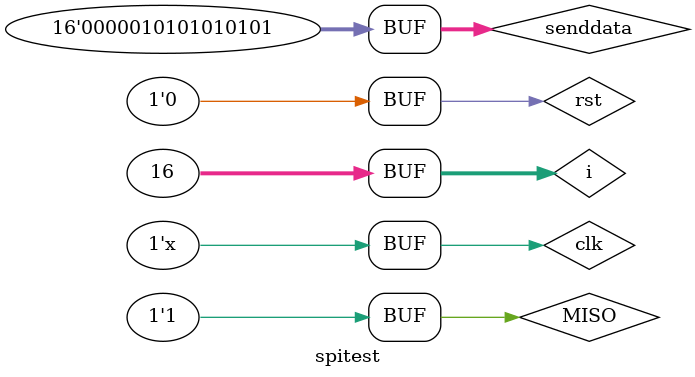
<source format=v>
`timescale 1ns / 1ps


module spitest;

    reg MISO;
    reg clk;
    reg rst;
    reg [15:0] senddata;
    
    wire ss;
    wire [11:0] data;
    
    spi dut(
        .ss(ss),
        .MISO(MISO),
        .data(data),
        .clk(clk),
        .rst(rst)
    );
        
    integer i;
    initial begin
        MISO = 1;
        clk = 0;
        rst = 0;
        #100 rst = 1;
        #10 rst = 0;
        senddata = 16'h0555;
        for (i=0;i<16;i=i+1) begin 
            #12520 MISO = senddata[15-i];
        end
    end
    
    always begin
        #5 clk = ~clk;
    end
endmodule
</source>
